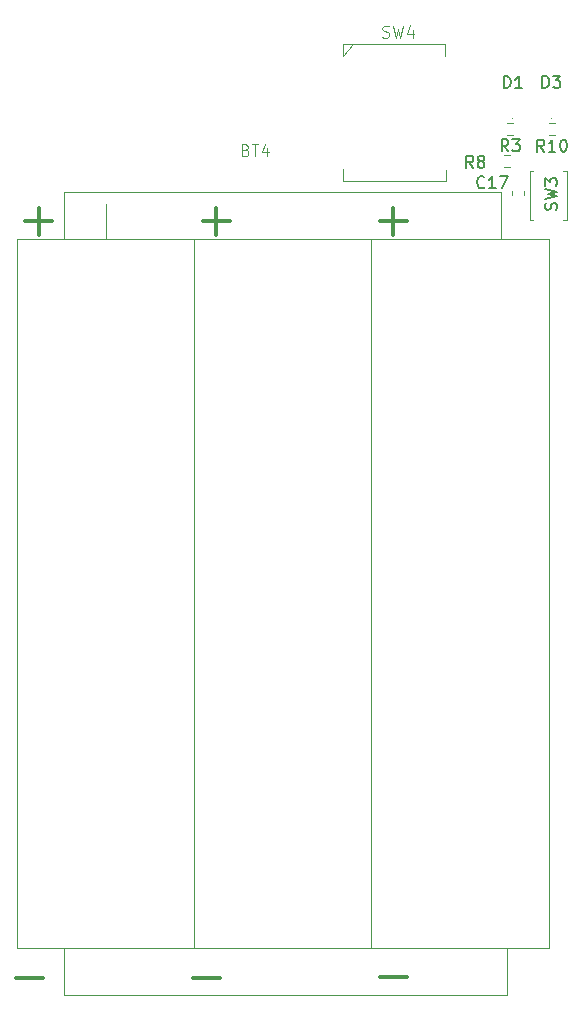
<source format=gbr>
%TF.GenerationSoftware,KiCad,Pcbnew,7.0.2*%
%TF.CreationDate,2024-06-10T16:57:37+03:00*%
%TF.ProjectId,STM32_NRF24L01_Sleep_mode,53544d33-325f-44e5-9246-32344c30315f,rev?*%
%TF.SameCoordinates,Original*%
%TF.FileFunction,Legend,Top*%
%TF.FilePolarity,Positive*%
%FSLAX46Y46*%
G04 Gerber Fmt 4.6, Leading zero omitted, Abs format (unit mm)*
G04 Created by KiCad (PCBNEW 7.0.2) date 2024-06-10 16:57:37*
%MOMM*%
%LPD*%
G01*
G04 APERTURE LIST*
%ADD10C,0.100000*%
%ADD11C,0.300000*%
%ADD12C,0.150000*%
%ADD13C,0.120000*%
G04 APERTURE END LIST*
D10*
%TO.C,BT4*%
X-150224714Y-36350809D02*
X-150081857Y-36398428D01*
X-150081857Y-36398428D02*
X-150034238Y-36446047D01*
X-150034238Y-36446047D02*
X-149986619Y-36541285D01*
X-149986619Y-36541285D02*
X-149986619Y-36684142D01*
X-149986619Y-36684142D02*
X-150034238Y-36779380D01*
X-150034238Y-36779380D02*
X-150081857Y-36827000D01*
X-150081857Y-36827000D02*
X-150177095Y-36874619D01*
X-150177095Y-36874619D02*
X-150558047Y-36874619D01*
X-150558047Y-36874619D02*
X-150558047Y-35874619D01*
X-150558047Y-35874619D02*
X-150224714Y-35874619D01*
X-150224714Y-35874619D02*
X-150129476Y-35922238D01*
X-150129476Y-35922238D02*
X-150081857Y-35969857D01*
X-150081857Y-35969857D02*
X-150034238Y-36065095D01*
X-150034238Y-36065095D02*
X-150034238Y-36160333D01*
X-150034238Y-36160333D02*
X-150081857Y-36255571D01*
X-150081857Y-36255571D02*
X-150129476Y-36303190D01*
X-150129476Y-36303190D02*
X-150224714Y-36350809D01*
X-150224714Y-36350809D02*
X-150558047Y-36350809D01*
X-149700904Y-35874619D02*
X-149129476Y-35874619D01*
X-149415190Y-36874619D02*
X-149415190Y-35874619D01*
X-148367571Y-36207952D02*
X-148367571Y-36874619D01*
X-148605666Y-35827000D02*
X-148843761Y-36541285D01*
X-148843761Y-36541285D02*
X-148224714Y-36541285D01*
D11*
X-153851714Y-42404000D02*
X-151566000Y-42404000D01*
X-152708857Y-43546857D02*
X-152708857Y-41261142D01*
X-138851714Y-42404000D02*
X-136566000Y-42404000D01*
X-137708857Y-43546857D02*
X-137708857Y-41261142D01*
X-138851714Y-106404000D02*
X-136566000Y-106404000D01*
X-169686714Y-106454000D02*
X-167401000Y-106454000D01*
X-154686714Y-106454000D02*
X-152401000Y-106454000D01*
X-168851714Y-42404000D02*
X-166566000Y-42404000D01*
X-167708857Y-43546857D02*
X-167708857Y-41261142D01*
D10*
%TO.C,SW4*%
X-138633332Y-26790000D02*
X-138490475Y-26837619D01*
X-138490475Y-26837619D02*
X-138252380Y-26837619D01*
X-138252380Y-26837619D02*
X-138157142Y-26790000D01*
X-138157142Y-26790000D02*
X-138109523Y-26742380D01*
X-138109523Y-26742380D02*
X-138061904Y-26647142D01*
X-138061904Y-26647142D02*
X-138061904Y-26551904D01*
X-138061904Y-26551904D02*
X-138109523Y-26456666D01*
X-138109523Y-26456666D02*
X-138157142Y-26409047D01*
X-138157142Y-26409047D02*
X-138252380Y-26361428D01*
X-138252380Y-26361428D02*
X-138442856Y-26313809D01*
X-138442856Y-26313809D02*
X-138538094Y-26266190D01*
X-138538094Y-26266190D02*
X-138585713Y-26218571D01*
X-138585713Y-26218571D02*
X-138633332Y-26123333D01*
X-138633332Y-26123333D02*
X-138633332Y-26028095D01*
X-138633332Y-26028095D02*
X-138585713Y-25932857D01*
X-138585713Y-25932857D02*
X-138538094Y-25885238D01*
X-138538094Y-25885238D02*
X-138442856Y-25837619D01*
X-138442856Y-25837619D02*
X-138204761Y-25837619D01*
X-138204761Y-25837619D02*
X-138061904Y-25885238D01*
X-137728570Y-25837619D02*
X-137490475Y-26837619D01*
X-137490475Y-26837619D02*
X-137299999Y-26123333D01*
X-137299999Y-26123333D02*
X-137109523Y-26837619D01*
X-137109523Y-26837619D02*
X-136871428Y-25837619D01*
X-136061904Y-26170952D02*
X-136061904Y-26837619D01*
X-136299999Y-25790000D02*
X-136538094Y-26504285D01*
X-136538094Y-26504285D02*
X-135919047Y-26504285D01*
D12*
%TO.C,R10*%
X-124930357Y-36492619D02*
X-125263690Y-36016428D01*
X-125501785Y-36492619D02*
X-125501785Y-35492619D01*
X-125501785Y-35492619D02*
X-125120833Y-35492619D01*
X-125120833Y-35492619D02*
X-125025595Y-35540238D01*
X-125025595Y-35540238D02*
X-124977976Y-35587857D01*
X-124977976Y-35587857D02*
X-124930357Y-35683095D01*
X-124930357Y-35683095D02*
X-124930357Y-35825952D01*
X-124930357Y-35825952D02*
X-124977976Y-35921190D01*
X-124977976Y-35921190D02*
X-125025595Y-35968809D01*
X-125025595Y-35968809D02*
X-125120833Y-36016428D01*
X-125120833Y-36016428D02*
X-125501785Y-36016428D01*
X-123977976Y-36492619D02*
X-124549404Y-36492619D01*
X-124263690Y-36492619D02*
X-124263690Y-35492619D01*
X-124263690Y-35492619D02*
X-124358928Y-35635476D01*
X-124358928Y-35635476D02*
X-124454166Y-35730714D01*
X-124454166Y-35730714D02*
X-124549404Y-35778333D01*
X-123358928Y-35492619D02*
X-123263690Y-35492619D01*
X-123263690Y-35492619D02*
X-123168452Y-35540238D01*
X-123168452Y-35540238D02*
X-123120833Y-35587857D01*
X-123120833Y-35587857D02*
X-123073214Y-35683095D01*
X-123073214Y-35683095D02*
X-123025595Y-35873571D01*
X-123025595Y-35873571D02*
X-123025595Y-36111666D01*
X-123025595Y-36111666D02*
X-123073214Y-36302142D01*
X-123073214Y-36302142D02*
X-123120833Y-36397380D01*
X-123120833Y-36397380D02*
X-123168452Y-36445000D01*
X-123168452Y-36445000D02*
X-123263690Y-36492619D01*
X-123263690Y-36492619D02*
X-123358928Y-36492619D01*
X-123358928Y-36492619D02*
X-123454166Y-36445000D01*
X-123454166Y-36445000D02*
X-123501785Y-36397380D01*
X-123501785Y-36397380D02*
X-123549404Y-36302142D01*
X-123549404Y-36302142D02*
X-123597023Y-36111666D01*
X-123597023Y-36111666D02*
X-123597023Y-35873571D01*
X-123597023Y-35873571D02*
X-123549404Y-35683095D01*
X-123549404Y-35683095D02*
X-123501785Y-35587857D01*
X-123501785Y-35587857D02*
X-123454166Y-35540238D01*
X-123454166Y-35540238D02*
X-123358928Y-35492619D01*
%TO.C,R8*%
X-130941666Y-37862619D02*
X-131274999Y-37386428D01*
X-131513094Y-37862619D02*
X-131513094Y-36862619D01*
X-131513094Y-36862619D02*
X-131132142Y-36862619D01*
X-131132142Y-36862619D02*
X-131036904Y-36910238D01*
X-131036904Y-36910238D02*
X-130989285Y-36957857D01*
X-130989285Y-36957857D02*
X-130941666Y-37053095D01*
X-130941666Y-37053095D02*
X-130941666Y-37195952D01*
X-130941666Y-37195952D02*
X-130989285Y-37291190D01*
X-130989285Y-37291190D02*
X-131036904Y-37338809D01*
X-131036904Y-37338809D02*
X-131132142Y-37386428D01*
X-131132142Y-37386428D02*
X-131513094Y-37386428D01*
X-130370237Y-37291190D02*
X-130465475Y-37243571D01*
X-130465475Y-37243571D02*
X-130513094Y-37195952D01*
X-130513094Y-37195952D02*
X-130560713Y-37100714D01*
X-130560713Y-37100714D02*
X-130560713Y-37053095D01*
X-130560713Y-37053095D02*
X-130513094Y-36957857D01*
X-130513094Y-36957857D02*
X-130465475Y-36910238D01*
X-130465475Y-36910238D02*
X-130370237Y-36862619D01*
X-130370237Y-36862619D02*
X-130179761Y-36862619D01*
X-130179761Y-36862619D02*
X-130084523Y-36910238D01*
X-130084523Y-36910238D02*
X-130036904Y-36957857D01*
X-130036904Y-36957857D02*
X-129989285Y-37053095D01*
X-129989285Y-37053095D02*
X-129989285Y-37100714D01*
X-129989285Y-37100714D02*
X-130036904Y-37195952D01*
X-130036904Y-37195952D02*
X-130084523Y-37243571D01*
X-130084523Y-37243571D02*
X-130179761Y-37291190D01*
X-130179761Y-37291190D02*
X-130370237Y-37291190D01*
X-130370237Y-37291190D02*
X-130465475Y-37338809D01*
X-130465475Y-37338809D02*
X-130513094Y-37386428D01*
X-130513094Y-37386428D02*
X-130560713Y-37481666D01*
X-130560713Y-37481666D02*
X-130560713Y-37672142D01*
X-130560713Y-37672142D02*
X-130513094Y-37767380D01*
X-130513094Y-37767380D02*
X-130465475Y-37815000D01*
X-130465475Y-37815000D02*
X-130370237Y-37862619D01*
X-130370237Y-37862619D02*
X-130179761Y-37862619D01*
X-130179761Y-37862619D02*
X-130084523Y-37815000D01*
X-130084523Y-37815000D02*
X-130036904Y-37767380D01*
X-130036904Y-37767380D02*
X-129989285Y-37672142D01*
X-129989285Y-37672142D02*
X-129989285Y-37481666D01*
X-129989285Y-37481666D02*
X-130036904Y-37386428D01*
X-130036904Y-37386428D02*
X-130084523Y-37338809D01*
X-130084523Y-37338809D02*
X-130179761Y-37291190D01*
%TO.C,R3*%
X-127966666Y-36462619D02*
X-128299999Y-35986428D01*
X-128538094Y-36462619D02*
X-128538094Y-35462619D01*
X-128538094Y-35462619D02*
X-128157142Y-35462619D01*
X-128157142Y-35462619D02*
X-128061904Y-35510238D01*
X-128061904Y-35510238D02*
X-128014285Y-35557857D01*
X-128014285Y-35557857D02*
X-127966666Y-35653095D01*
X-127966666Y-35653095D02*
X-127966666Y-35795952D01*
X-127966666Y-35795952D02*
X-128014285Y-35891190D01*
X-128014285Y-35891190D02*
X-128061904Y-35938809D01*
X-128061904Y-35938809D02*
X-128157142Y-35986428D01*
X-128157142Y-35986428D02*
X-128538094Y-35986428D01*
X-127633332Y-35462619D02*
X-127014285Y-35462619D01*
X-127014285Y-35462619D02*
X-127347618Y-35843571D01*
X-127347618Y-35843571D02*
X-127204761Y-35843571D01*
X-127204761Y-35843571D02*
X-127109523Y-35891190D01*
X-127109523Y-35891190D02*
X-127061904Y-35938809D01*
X-127061904Y-35938809D02*
X-127014285Y-36034047D01*
X-127014285Y-36034047D02*
X-127014285Y-36272142D01*
X-127014285Y-36272142D02*
X-127061904Y-36367380D01*
X-127061904Y-36367380D02*
X-127109523Y-36415000D01*
X-127109523Y-36415000D02*
X-127204761Y-36462619D01*
X-127204761Y-36462619D02*
X-127490475Y-36462619D01*
X-127490475Y-36462619D02*
X-127585713Y-36415000D01*
X-127585713Y-36415000D02*
X-127633332Y-36367380D01*
%TO.C,C17*%
X-129992857Y-39492380D02*
X-130040476Y-39540000D01*
X-130040476Y-39540000D02*
X-130183333Y-39587619D01*
X-130183333Y-39587619D02*
X-130278571Y-39587619D01*
X-130278571Y-39587619D02*
X-130421428Y-39540000D01*
X-130421428Y-39540000D02*
X-130516666Y-39444761D01*
X-130516666Y-39444761D02*
X-130564285Y-39349523D01*
X-130564285Y-39349523D02*
X-130611904Y-39159047D01*
X-130611904Y-39159047D02*
X-130611904Y-39016190D01*
X-130611904Y-39016190D02*
X-130564285Y-38825714D01*
X-130564285Y-38825714D02*
X-130516666Y-38730476D01*
X-130516666Y-38730476D02*
X-130421428Y-38635238D01*
X-130421428Y-38635238D02*
X-130278571Y-38587619D01*
X-130278571Y-38587619D02*
X-130183333Y-38587619D01*
X-130183333Y-38587619D02*
X-130040476Y-38635238D01*
X-130040476Y-38635238D02*
X-129992857Y-38682857D01*
X-129040476Y-39587619D02*
X-129611904Y-39587619D01*
X-129326190Y-39587619D02*
X-129326190Y-38587619D01*
X-129326190Y-38587619D02*
X-129421428Y-38730476D01*
X-129421428Y-38730476D02*
X-129516666Y-38825714D01*
X-129516666Y-38825714D02*
X-129611904Y-38873333D01*
X-128707142Y-38587619D02*
X-128040476Y-38587619D01*
X-128040476Y-38587619D02*
X-128469047Y-39587619D01*
%TO.C,SW3*%
X-123910000Y-41433332D02*
X-123862380Y-41290475D01*
X-123862380Y-41290475D02*
X-123862380Y-41052380D01*
X-123862380Y-41052380D02*
X-123910000Y-40957142D01*
X-123910000Y-40957142D02*
X-123957619Y-40909523D01*
X-123957619Y-40909523D02*
X-124052857Y-40861904D01*
X-124052857Y-40861904D02*
X-124148095Y-40861904D01*
X-124148095Y-40861904D02*
X-124243333Y-40909523D01*
X-124243333Y-40909523D02*
X-124290952Y-40957142D01*
X-124290952Y-40957142D02*
X-124338571Y-41052380D01*
X-124338571Y-41052380D02*
X-124386190Y-41242856D01*
X-124386190Y-41242856D02*
X-124433809Y-41338094D01*
X-124433809Y-41338094D02*
X-124481428Y-41385713D01*
X-124481428Y-41385713D02*
X-124576666Y-41433332D01*
X-124576666Y-41433332D02*
X-124671904Y-41433332D01*
X-124671904Y-41433332D02*
X-124767142Y-41385713D01*
X-124767142Y-41385713D02*
X-124814761Y-41338094D01*
X-124814761Y-41338094D02*
X-124862380Y-41242856D01*
X-124862380Y-41242856D02*
X-124862380Y-41004761D01*
X-124862380Y-41004761D02*
X-124814761Y-40861904D01*
X-124862380Y-40528570D02*
X-123862380Y-40290475D01*
X-123862380Y-40290475D02*
X-124576666Y-40099999D01*
X-124576666Y-40099999D02*
X-123862380Y-39909523D01*
X-123862380Y-39909523D02*
X-124862380Y-39671428D01*
X-124862380Y-39385713D02*
X-124862380Y-38766666D01*
X-124862380Y-38766666D02*
X-124481428Y-39099999D01*
X-124481428Y-39099999D02*
X-124481428Y-38957142D01*
X-124481428Y-38957142D02*
X-124433809Y-38861904D01*
X-124433809Y-38861904D02*
X-124386190Y-38814285D01*
X-124386190Y-38814285D02*
X-124290952Y-38766666D01*
X-124290952Y-38766666D02*
X-124052857Y-38766666D01*
X-124052857Y-38766666D02*
X-123957619Y-38814285D01*
X-123957619Y-38814285D02*
X-123910000Y-38861904D01*
X-123910000Y-38861904D02*
X-123862380Y-38957142D01*
X-123862380Y-38957142D02*
X-123862380Y-39242856D01*
X-123862380Y-39242856D02*
X-123910000Y-39338094D01*
X-123910000Y-39338094D02*
X-123957619Y-39385713D01*
%TO.C,D1*%
X-128338094Y-31112619D02*
X-128338094Y-30112619D01*
X-128338094Y-30112619D02*
X-128099999Y-30112619D01*
X-128099999Y-30112619D02*
X-127957142Y-30160238D01*
X-127957142Y-30160238D02*
X-127861904Y-30255476D01*
X-127861904Y-30255476D02*
X-127814285Y-30350714D01*
X-127814285Y-30350714D02*
X-127766666Y-30541190D01*
X-127766666Y-30541190D02*
X-127766666Y-30684047D01*
X-127766666Y-30684047D02*
X-127814285Y-30874523D01*
X-127814285Y-30874523D02*
X-127861904Y-30969761D01*
X-127861904Y-30969761D02*
X-127957142Y-31065000D01*
X-127957142Y-31065000D02*
X-128099999Y-31112619D01*
X-128099999Y-31112619D02*
X-128338094Y-31112619D01*
X-126814285Y-31112619D02*
X-127385713Y-31112619D01*
X-127099999Y-31112619D02*
X-127099999Y-30112619D01*
X-127099999Y-30112619D02*
X-127195237Y-30255476D01*
X-127195237Y-30255476D02*
X-127290475Y-30350714D01*
X-127290475Y-30350714D02*
X-127385713Y-30398333D01*
%TO.C,D3*%
X-125088094Y-31087619D02*
X-125088094Y-30087619D01*
X-125088094Y-30087619D02*
X-124849999Y-30087619D01*
X-124849999Y-30087619D02*
X-124707142Y-30135238D01*
X-124707142Y-30135238D02*
X-124611904Y-30230476D01*
X-124611904Y-30230476D02*
X-124564285Y-30325714D01*
X-124564285Y-30325714D02*
X-124516666Y-30516190D01*
X-124516666Y-30516190D02*
X-124516666Y-30659047D01*
X-124516666Y-30659047D02*
X-124564285Y-30849523D01*
X-124564285Y-30849523D02*
X-124611904Y-30944761D01*
X-124611904Y-30944761D02*
X-124707142Y-31040000D01*
X-124707142Y-31040000D02*
X-124849999Y-31087619D01*
X-124849999Y-31087619D02*
X-125088094Y-31087619D01*
X-124183332Y-30087619D02*
X-123564285Y-30087619D01*
X-123564285Y-30087619D02*
X-123897618Y-30468571D01*
X-123897618Y-30468571D02*
X-123754761Y-30468571D01*
X-123754761Y-30468571D02*
X-123659523Y-30516190D01*
X-123659523Y-30516190D02*
X-123611904Y-30563809D01*
X-123611904Y-30563809D02*
X-123564285Y-30659047D01*
X-123564285Y-30659047D02*
X-123564285Y-30897142D01*
X-123564285Y-30897142D02*
X-123611904Y-30992380D01*
X-123611904Y-30992380D02*
X-123659523Y-31040000D01*
X-123659523Y-31040000D02*
X-123754761Y-31087619D01*
X-123754761Y-31087619D02*
X-124040475Y-31087619D01*
X-124040475Y-31087619D02*
X-124135713Y-31040000D01*
X-124135713Y-31040000D02*
X-124183332Y-30992380D01*
D10*
%TO.C,BT4*%
X-124566000Y-103914000D02*
X-124566000Y-43914000D01*
X-124566000Y-43914000D02*
X-169566000Y-43914000D01*
X-128066000Y-107914000D02*
X-165566000Y-107914000D01*
X-128066000Y-103914000D02*
X-128066000Y-107914000D01*
X-128566000Y-39914000D02*
X-128566000Y-43914000D01*
X-139566000Y-43914000D02*
X-132066000Y-43914000D01*
X-139566000Y-43914000D02*
X-139566000Y-103914000D01*
X-154566000Y-43914000D02*
X-139566000Y-43914000D01*
X-154566000Y-43914000D02*
X-154566000Y-103914000D01*
X-162066000Y-43914000D02*
X-162066000Y-40914000D01*
X-162066000Y-39914000D02*
X-128566000Y-39914000D01*
X-162066000Y-39914000D02*
X-165566000Y-39914000D01*
X-165566000Y-107914000D02*
X-165566000Y-103914000D01*
X-165566000Y-39914000D02*
X-165566000Y-43914000D01*
X-169566000Y-103914000D02*
X-124566000Y-103914000D01*
X-169566000Y-43914000D02*
X-154566000Y-43914000D01*
X-169566000Y-43914000D02*
X-162066000Y-43914000D01*
X-169566000Y-43914000D02*
X-169566000Y-103914000D01*
%TO.C,SW4*%
X-133217000Y-38978500D02*
X-133217000Y-38089500D01*
X-133344000Y-27421500D02*
X-133344000Y-28437500D01*
X-141980000Y-38978500D02*
X-133217000Y-38978500D01*
X-141980000Y-38978500D02*
X-141980000Y-37962500D01*
X-141980000Y-28437500D02*
X-141091000Y-27421500D01*
X-141980000Y-28437500D02*
X-141980000Y-27421500D01*
X-141980000Y-27421500D02*
X-133344000Y-27421500D01*
D13*
%TO.C,R10*%
X-124032776Y-35122500D02*
X-124542224Y-35122500D01*
X-124032776Y-34077500D02*
X-124542224Y-34077500D01*
%TO.C,R8*%
X-128317224Y-36777500D02*
X-127807776Y-36777500D01*
X-128317224Y-37822500D02*
X-127807776Y-37822500D01*
%TO.C,R3*%
X-128054724Y-34077500D02*
X-127545276Y-34077500D01*
X-128054724Y-35122500D02*
X-127545276Y-35122500D01*
%TO.C,C17*%
X-126615000Y-39841233D02*
X-126615000Y-40133767D01*
X-127635000Y-39841233D02*
X-127635000Y-40133767D01*
%TO.C,SW3*%
X-123005000Y-38180000D02*
X-123005000Y-42320000D01*
X-123305000Y-38180000D02*
X-123005000Y-38180000D01*
X-126145000Y-38180000D02*
X-125845000Y-38180000D01*
X-123005000Y-42320000D02*
X-123305000Y-42320000D01*
X-125845000Y-42320000D02*
X-126145000Y-42320000D01*
X-126145000Y-42320000D02*
X-126145000Y-38180000D01*
D10*
%TO.C,D1*%
X-127600000Y-33692500D02*
G75*
G03*
X-127600000Y-33692500I-50000J0D01*
G01*
%TO.C,D3*%
X-124250000Y-33667500D02*
G75*
G03*
X-124250000Y-33667500I-50000J0D01*
G01*
%TD*%
M02*

</source>
